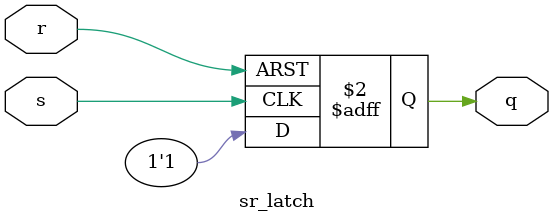
<source format=sv>
module sr_latch(
    input  logic s, r,
    output logic q,
);
    always_ff @(posedge s, posedge r) begin
        if (r)
            q <= 0;
        else if(s)
            q <= 1;
    end
endmodule
</source>
